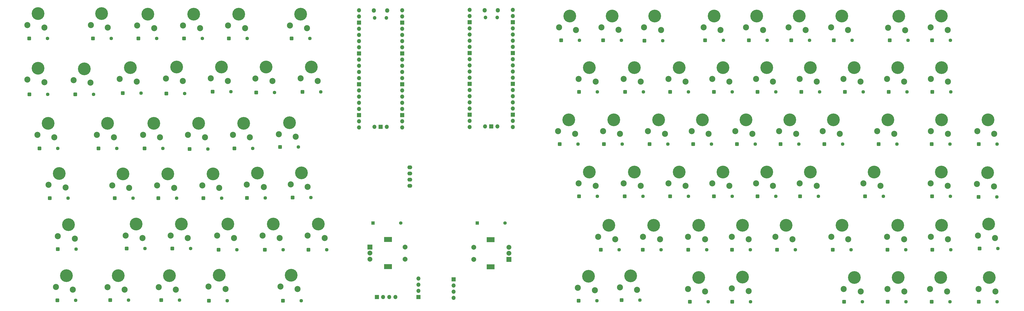
<source format=gbr>
%TF.GenerationSoftware,KiCad,Pcbnew,7.0.10*%
%TF.CreationDate,2025-03-16T20:16:46-04:00*%
%TF.ProjectId,Steno,5374656e-6f2e-46b6-9963-61645f706362,rev?*%
%TF.SameCoordinates,Original*%
%TF.FileFunction,Soldermask,Bot*%
%TF.FilePolarity,Negative*%
%FSLAX46Y46*%
G04 Gerber Fmt 4.6, Leading zero omitted, Abs format (unit mm)*
G04 Created by KiCad (PCBNEW 7.0.10) date 2025-03-16 20:16:46*
%MOMM*%
%LPD*%
G01*
G04 APERTURE LIST*
G04 Aperture macros list*
%AMRoundRect*
0 Rectangle with rounded corners*
0 $1 Rounding radius*
0 $2 $3 $4 $5 $6 $7 $8 $9 X,Y pos of 4 corners*
0 Add a 4 corners polygon primitive as box body*
4,1,4,$2,$3,$4,$5,$6,$7,$8,$9,$2,$3,0*
0 Add four circle primitives for the rounded corners*
1,1,$1+$1,$2,$3*
1,1,$1+$1,$4,$5*
1,1,$1+$1,$6,$7*
1,1,$1+$1,$8,$9*
0 Add four rect primitives between the rounded corners*
20,1,$1+$1,$2,$3,$4,$5,0*
20,1,$1+$1,$4,$5,$6,$7,0*
20,1,$1+$1,$6,$7,$8,$9,0*
20,1,$1+$1,$8,$9,$2,$3,0*%
G04 Aperture macros list end*
%ADD10C,5.250000*%
%ADD11C,2.500000*%
%ADD12O,1.800000X1.800000*%
%ADD13O,1.500000X1.500000*%
%ADD14O,1.700000X1.700000*%
%ADD15R,1.700000X1.700000*%
%ADD16RoundRect,0.102000X-0.619000X-0.619000X0.619000X-0.619000X0.619000X0.619000X-0.619000X0.619000X0*%
%ADD17C,1.442000*%
%ADD18R,1.397000X1.397000*%
%ADD19C,1.397000*%
%ADD20O,2.000000X1.600000*%
%ADD21R,2.000000X2.000000*%
%ADD22C,2.000000*%
%ADD23R,3.200000X2.000000*%
G04 APERTURE END LIST*
D10*
%TO.C,SW22*%
X150400000Y-254250000D03*
D11*
X146000000Y-258950000D03*
X153000000Y-260000000D03*
%TD*%
D10*
%TO.C,SW59*%
X320400000Y-253000000D03*
D11*
X316000000Y-257700000D03*
X323000000Y-258750000D03*
%TD*%
D12*
%TO.C,U1*%
X185165000Y-208030000D03*
D13*
X185465000Y-211060000D03*
X190315000Y-211060000D03*
D12*
X190615000Y-208030000D03*
D14*
X179000000Y-207900000D03*
X179000000Y-210440000D03*
D15*
X179000000Y-212980000D03*
D14*
X179000000Y-215520000D03*
X179000000Y-218060000D03*
X179000000Y-220600000D03*
X179000000Y-223140000D03*
D15*
X179000000Y-225680000D03*
D14*
X179000000Y-228220000D03*
X179000000Y-230760000D03*
X179000000Y-233300000D03*
X179000000Y-235840000D03*
D15*
X179000000Y-238380000D03*
D14*
X179000000Y-240920000D03*
X179000000Y-243460000D03*
X179000000Y-246000000D03*
X179000000Y-248540000D03*
D15*
X179000000Y-251080000D03*
D14*
X179000000Y-253620000D03*
X179000000Y-256160000D03*
X196780000Y-256160000D03*
X196780000Y-253620000D03*
D15*
X196780000Y-251080000D03*
D14*
X196780000Y-248540000D03*
X196780000Y-246000000D03*
X196780000Y-243460000D03*
X196780000Y-240920000D03*
D15*
X196780000Y-238380000D03*
D14*
X196780000Y-235840000D03*
X196780000Y-233300000D03*
X196780000Y-230760000D03*
X196780000Y-228220000D03*
D15*
X196780000Y-225680000D03*
D14*
X196780000Y-223140000D03*
X196780000Y-220600000D03*
X196780000Y-218060000D03*
X196780000Y-215520000D03*
D15*
X196780000Y-212980000D03*
D14*
X196780000Y-210440000D03*
X196780000Y-207900000D03*
X185350000Y-255930000D03*
D15*
X187890000Y-255930000D03*
D14*
X190430000Y-255930000D03*
%TD*%
D16*
%TO.C,D72*%
X396731500Y-328000000D03*
D17*
X404268500Y-328000000D03*
%TD*%
D16*
%TO.C,D62*%
X343131500Y-241500000D03*
D17*
X350668500Y-241500000D03*
%TD*%
D16*
%TO.C,D37*%
X262263000Y-220250000D03*
D17*
X269800000Y-220250000D03*
%TD*%
D10*
%TO.C,SW27*%
X118900000Y-275300000D03*
D11*
X114500000Y-280000000D03*
X121500000Y-281050000D03*
%TD*%
D16*
%TO.C,D81*%
X393031500Y-263000000D03*
D17*
X400568500Y-263000000D03*
%TD*%
D16*
%TO.C,D26*%
X132931500Y-285200000D03*
D17*
X140468500Y-285200000D03*
%TD*%
D16*
%TO.C,D58*%
X325131500Y-284500000D03*
D17*
X332668500Y-284500000D03*
%TD*%
D16*
%TO.C,D45*%
X279900000Y-263000000D03*
D17*
X287437000Y-263000000D03*
%TD*%
D16*
%TO.C,D34*%
X158231500Y-306500000D03*
D17*
X165768500Y-306500000D03*
%TD*%
D10*
%TO.C,SW3*%
X46900000Y-209300000D03*
D11*
X42500000Y-214000000D03*
X49500000Y-215050000D03*
%TD*%
D16*
%TO.C,D85*%
X415031500Y-220250000D03*
D17*
X422568500Y-220250000D03*
%TD*%
D16*
%TO.C,D84*%
X434231500Y-328000000D03*
D17*
X441768500Y-328000000D03*
%TD*%
D10*
%TO.C,SW90*%
X437900000Y-274750000D03*
D11*
X433500000Y-279450000D03*
X440500000Y-280500000D03*
%TD*%
D16*
%TO.C,D89*%
X434531500Y-306000000D03*
D17*
X442068500Y-306000000D03*
%TD*%
D16*
%TO.C,D22*%
X51731500Y-285300000D03*
D17*
X59268500Y-285300000D03*
%TD*%
D16*
%TO.C,D17*%
X90731500Y-264800000D03*
D17*
X98268500Y-264800000D03*
%TD*%
D16*
%TO.C,D21*%
X76631500Y-327250000D03*
D17*
X84168500Y-327250000D03*
%TD*%
D10*
%TO.C,SW8*%
X155000000Y-209500000D03*
D11*
X150600000Y-214200000D03*
X157600000Y-215250000D03*
%TD*%
D10*
%TO.C,SW91*%
X438300000Y-296000000D03*
D11*
X433900000Y-300700000D03*
X440900000Y-301750000D03*
%TD*%
D10*
%TO.C,SW57*%
X325300000Y-210250000D03*
D11*
X320900000Y-214950000D03*
X327900000Y-216000000D03*
%TD*%
D16*
%TO.C,D52*%
X307131500Y-284500000D03*
D17*
X314668500Y-284500000D03*
%TD*%
D18*
%TO.C,R1*%
X184785000Y-295500000D03*
D19*
X196215000Y-295500000D03*
%TD*%
D10*
%TO.C,SW72*%
X364900000Y-274500000D03*
D11*
X360500000Y-279200000D03*
X367500000Y-280250000D03*
%TD*%
D18*
%TO.C,R2*%
X227750000Y-295500000D03*
D19*
X239180000Y-295500000D03*
%TD*%
D10*
%TO.C,SW31*%
X59400000Y-296250000D03*
D11*
X55000000Y-300950000D03*
X62000000Y-302000000D03*
%TD*%
D10*
%TO.C,SW55*%
X318900000Y-296500000D03*
D11*
X314500000Y-301200000D03*
X321500000Y-302250000D03*
%TD*%
D10*
%TO.C,SW74*%
X401000000Y-318000000D03*
D11*
X396600000Y-322700000D03*
X403600000Y-323750000D03*
%TD*%
D10*
%TO.C,SW86*%
X438500000Y-318000000D03*
D11*
X434100000Y-322700000D03*
X441100000Y-323750000D03*
%TD*%
D16*
%TO.C,D3*%
X88231500Y-219500000D03*
D17*
X95768500Y-219500000D03*
%TD*%
D16*
%TO.C,D4*%
X107000000Y-219500000D03*
D17*
X114537000Y-219500000D03*
%TD*%
D10*
%TO.C,SW80*%
X418600000Y-318000000D03*
D11*
X414200000Y-322700000D03*
X421200000Y-323750000D03*
%TD*%
D16*
%TO.C,D44*%
X288631500Y-241500000D03*
D17*
X296168500Y-241500000D03*
%TD*%
D16*
%TO.C,D28*%
X97563000Y-327250000D03*
D17*
X105100000Y-327250000D03*
%TD*%
D10*
%TO.C,SW89*%
X418900000Y-253000000D03*
D11*
X414500000Y-257700000D03*
X421500000Y-258750000D03*
%TD*%
D10*
%TO.C,SW70*%
X364900000Y-231500000D03*
D11*
X360500000Y-236200000D03*
X367500000Y-237250000D03*
%TD*%
D10*
%TO.C,SW30*%
X101000000Y-317250000D03*
D11*
X96600000Y-321950000D03*
X103600000Y-323000000D03*
%TD*%
D10*
%TO.C,SW84*%
X418800000Y-274500000D03*
D11*
X414400000Y-279200000D03*
X421400000Y-280250000D03*
%TD*%
D16*
%TO.C,D12*%
X136731500Y-241730000D03*
D17*
X144268500Y-241730000D03*
%TD*%
D10*
%TO.C,SW37*%
X121500000Y-317000000D03*
D11*
X117100000Y-321700000D03*
X124100000Y-322750000D03*
%TD*%
D10*
%TO.C,SW64*%
X346900000Y-231500000D03*
D11*
X342500000Y-236200000D03*
X349500000Y-237250000D03*
%TD*%
D10*
%TO.C,SW75*%
X377800000Y-210250000D03*
D11*
X373400000Y-214950000D03*
X380400000Y-216000000D03*
%TD*%
D10*
%TO.C,SW15*%
X159400000Y-231250000D03*
D11*
X155000000Y-235950000D03*
X162000000Y-237000000D03*
%TD*%
D10*
%TO.C,SW53*%
X302400000Y-253000000D03*
D11*
X298000000Y-257700000D03*
X305000000Y-258750000D03*
%TD*%
D16*
%TO.C,D73*%
X374531500Y-220250000D03*
D17*
X382068500Y-220250000D03*
%TD*%
D16*
%TO.C,D50*%
X307131500Y-241500000D03*
D17*
X314668500Y-241500000D03*
%TD*%
D16*
%TO.C,D14*%
X54831500Y-327350000D03*
D17*
X62368500Y-327350000D03*
%TD*%
D16*
%TO.C,D47*%
X295900000Y-306500000D03*
D17*
X303437000Y-306500000D03*
%TD*%
D16*
%TO.C,D6*%
X151231500Y-219500000D03*
D17*
X158768500Y-219500000D03*
%TD*%
D16*
%TO.C,D65*%
X351131500Y-306500000D03*
D17*
X358668500Y-306500000D03*
%TD*%
D10*
%TO.C,SW65*%
X338400000Y-253000000D03*
D11*
X334000000Y-257700000D03*
X341000000Y-258750000D03*
%TD*%
D16*
%TO.C,D77*%
X396631500Y-306500000D03*
D17*
X404168500Y-306500000D03*
%TD*%
D16*
%TO.C,D51*%
X298631500Y-263000000D03*
D17*
X306168500Y-263000000D03*
%TD*%
D16*
%TO.C,D20*%
X146500000Y-264170000D03*
D17*
X154037000Y-264170000D03*
%TD*%
D16*
%TO.C,D10*%
X99731500Y-242190000D03*
D17*
X107268500Y-242190000D03*
%TD*%
D10*
%TO.C,SW40*%
X273900000Y-231500000D03*
D11*
X269500000Y-236200000D03*
X276500000Y-237250000D03*
%TD*%
D16*
%TO.C,D90*%
X434231500Y-263000000D03*
D17*
X441768500Y-263000000D03*
%TD*%
D10*
%TO.C,SW56*%
X318900000Y-318000000D03*
D11*
X314500000Y-322700000D03*
X321500000Y-323750000D03*
%TD*%
D16*
%TO.C,D16*%
X71731500Y-264800000D03*
D17*
X79268500Y-264800000D03*
%TD*%
D16*
%TO.C,D18*%
X109231500Y-265030000D03*
D17*
X116768500Y-265030000D03*
%TD*%
D10*
%TO.C,SW36*%
X162268500Y-296000000D03*
D11*
X157868500Y-300700000D03*
X164868500Y-301750000D03*
%TD*%
D10*
%TO.C,SW60*%
X328900000Y-274500000D03*
D11*
X324500000Y-279200000D03*
X331500000Y-280250000D03*
%TD*%
D16*
%TO.C,D8*%
X62231500Y-242500000D03*
D17*
X69768500Y-242500000D03*
%TD*%
D10*
%TO.C,SW82*%
X400900000Y-231500000D03*
D11*
X396500000Y-236200000D03*
X403500000Y-237250000D03*
%TD*%
D16*
%TO.C,D61*%
X339531500Y-220250000D03*
D17*
X347068500Y-220250000D03*
%TD*%
D16*
%TO.C,D41*%
X278631500Y-306500000D03*
D17*
X286168500Y-306500000D03*
%TD*%
D16*
%TO.C,D76*%
X387363000Y-284500000D03*
D17*
X394900000Y-284500000D03*
%TD*%
D16*
%TO.C,D35*%
X117231500Y-327500000D03*
D17*
X124768500Y-327500000D03*
%TD*%
D10*
%TO.C,SW79*%
X400900000Y-296500000D03*
D11*
X396500000Y-301200000D03*
X403500000Y-302250000D03*
%TD*%
D10*
%TO.C,SW87*%
X418800000Y-210250000D03*
D11*
X414400000Y-214950000D03*
X421400000Y-216000000D03*
%TD*%
D10*
%TO.C,SW19*%
X94500000Y-254500000D03*
D11*
X90100000Y-259200000D03*
X97100000Y-260250000D03*
%TD*%
D10*
%TO.C,SW9*%
X46900000Y-231750000D03*
D11*
X42500000Y-236450000D03*
X49500000Y-237500000D03*
%TD*%
D16*
%TO.C,D79*%
X397531500Y-220250000D03*
D17*
X405068500Y-220250000D03*
%TD*%
D10*
%TO.C,SW58*%
X328900000Y-231500000D03*
D11*
X324500000Y-236200000D03*
X331500000Y-237250000D03*
%TD*%
D10*
%TO.C,SW34*%
X125000000Y-296000000D03*
D11*
X120600000Y-300700000D03*
X127600000Y-301750000D03*
%TD*%
D16*
%TO.C,D59*%
X332631500Y-306500000D03*
D17*
X340168500Y-306500000D03*
%TD*%
D16*
%TO.C,D5*%
X125463000Y-219500000D03*
D17*
X133000000Y-219500000D03*
%TD*%
D16*
%TO.C,D71*%
X374131500Y-306500000D03*
D17*
X381668500Y-306500000D03*
%TD*%
D10*
%TO.C,SW52*%
X310900000Y-231500000D03*
D11*
X306500000Y-236200000D03*
X313500000Y-237250000D03*
%TD*%
D10*
%TO.C,SW66*%
X346900000Y-274500000D03*
D11*
X342500000Y-279200000D03*
X349500000Y-280250000D03*
%TD*%
D16*
%TO.C,D67*%
X357031500Y-220250000D03*
D17*
X364568500Y-220250000D03*
%TD*%
D10*
%TO.C,SW17*%
X51000000Y-254500000D03*
D11*
X46600000Y-259200000D03*
X53600000Y-260250000D03*
%TD*%
D16*
%TO.C,D70*%
X360631500Y-284500000D03*
D17*
X368168500Y-284500000D03*
%TD*%
D16*
%TO.C,D63*%
X334631500Y-263000000D03*
D17*
X342168500Y-263000000D03*
%TD*%
D16*
%TO.C,D46*%
X288400000Y-284500000D03*
D17*
X295937000Y-284500000D03*
%TD*%
D10*
%TO.C,SW21*%
X131500000Y-254500000D03*
D11*
X127100000Y-259200000D03*
X134100000Y-260250000D03*
%TD*%
D10*
%TO.C,SW73*%
X377900000Y-296500000D03*
D11*
X373500000Y-301200000D03*
X380500000Y-302250000D03*
%TD*%
D10*
%TO.C,SW11*%
X84900000Y-231500000D03*
D11*
X80500000Y-236200000D03*
X87500000Y-237250000D03*
%TD*%
D10*
%TO.C,SW45*%
X283300000Y-210240000D03*
D11*
X278900000Y-214940000D03*
X285900000Y-215990000D03*
%TD*%
D10*
%TO.C,SW42*%
X273900000Y-274500000D03*
D11*
X269500000Y-279200000D03*
X276500000Y-280250000D03*
%TD*%
D10*
%TO.C,SW51*%
X300800000Y-210250000D03*
D11*
X296400000Y-214950000D03*
X303400000Y-216000000D03*
%TD*%
D10*
%TO.C,SW41*%
X265400000Y-253000000D03*
D11*
X261000000Y-257700000D03*
X268000000Y-258750000D03*
%TD*%
D16*
%TO.C,D9*%
X81731500Y-242000000D03*
D17*
X89268500Y-242000000D03*
%TD*%
D10*
%TO.C,SW13*%
X122400000Y-231250000D03*
D11*
X118000000Y-235950000D03*
X125000000Y-237000000D03*
%TD*%
D16*
%TO.C,D48*%
X287131500Y-327300000D03*
D17*
X294668500Y-327300000D03*
%TD*%
D16*
%TO.C,D54*%
X315231500Y-328000000D03*
D17*
X322768500Y-328000000D03*
%TD*%
D10*
%TO.C,SW44*%
X273537000Y-317500000D03*
D11*
X269137000Y-322200000D03*
X276137000Y-323250000D03*
%TD*%
D10*
%TO.C,SW43*%
X281900000Y-296500000D03*
D11*
X277500000Y-301200000D03*
X284500000Y-302250000D03*
%TD*%
D10*
%TO.C,SW6*%
X111000000Y-209500000D03*
D11*
X106600000Y-214200000D03*
X113600000Y-215250000D03*
%TD*%
D10*
%TO.C,SW49*%
X300400000Y-296500000D03*
D11*
X296000000Y-301200000D03*
X303000000Y-302250000D03*
%TD*%
D15*
%TO.C,J1*%
X186420000Y-326000000D03*
D14*
X188960000Y-326000000D03*
X191500000Y-326000000D03*
X194040000Y-326000000D03*
%TD*%
D10*
%TO.C,SW12*%
X103900000Y-231300000D03*
D11*
X99500000Y-236000000D03*
X106500000Y-237050000D03*
%TD*%
D10*
%TO.C,SW62*%
X336900000Y-317800000D03*
D11*
X332500000Y-322500000D03*
X339500000Y-323550000D03*
%TD*%
D10*
%TO.C,SW29*%
X155300000Y-274880000D03*
D11*
X150900000Y-279580000D03*
X157900000Y-280630000D03*
%TD*%
D20*
%TO.C,Brd1*%
X199950000Y-272580000D03*
X199950000Y-275120000D03*
X199950000Y-277660000D03*
X199950000Y-280200000D03*
%TD*%
D16*
%TO.C,D42*%
X269500000Y-327500000D03*
D17*
X277037000Y-327500000D03*
%TD*%
D10*
%TO.C,SW83*%
X396800000Y-253000000D03*
D11*
X392400000Y-257700000D03*
X399400000Y-258750000D03*
%TD*%
D16*
%TO.C,D83*%
X415131500Y-306500000D03*
D17*
X422668500Y-306500000D03*
%TD*%
D10*
%TO.C,SW33*%
X105900000Y-296000000D03*
D11*
X101500000Y-300700000D03*
X108500000Y-301750000D03*
%TD*%
D10*
%TO.C,SW67*%
X354900000Y-296500000D03*
D11*
X350500000Y-301200000D03*
X357500000Y-302250000D03*
%TD*%
D10*
%TO.C,SW92*%
X438000000Y-253000000D03*
D11*
X433600000Y-257700000D03*
X440600000Y-258750000D03*
%TD*%
D10*
%TO.C,SW46*%
X292400000Y-231500000D03*
D11*
X288000000Y-236200000D03*
X295000000Y-237250000D03*
%TD*%
D16*
%TO.C,D53*%
X314631500Y-306500000D03*
D17*
X322168500Y-306500000D03*
%TD*%
D16*
%TO.C,D86*%
X415131500Y-241500000D03*
D17*
X422668500Y-241500000D03*
%TD*%
D16*
%TO.C,D69*%
X352631500Y-263000000D03*
D17*
X360168500Y-263000000D03*
%TD*%
D16*
%TO.C,D39*%
X261631500Y-263000000D03*
D17*
X269168500Y-263000000D03*
%TD*%
D10*
%TO.C,SW63*%
X342800000Y-210250000D03*
D11*
X338400000Y-214950000D03*
X345400000Y-216000000D03*
%TD*%
D10*
%TO.C,SW26*%
X100300000Y-275300000D03*
D11*
X95900000Y-280000000D03*
X102900000Y-281050000D03*
%TD*%
D10*
%TO.C,SW47*%
X283900000Y-253000000D03*
D11*
X279500000Y-257700000D03*
X286500000Y-258750000D03*
%TD*%
D10*
%TO.C,SW48*%
X292400000Y-274500000D03*
D11*
X288000000Y-279200000D03*
X295000000Y-280250000D03*
%TD*%
D10*
%TO.C,SW25*%
X81800000Y-275300000D03*
D11*
X77400000Y-280000000D03*
X84400000Y-281050000D03*
%TD*%
D10*
%TO.C,SW69*%
X360300000Y-210250000D03*
D11*
X355900000Y-214950000D03*
X362900000Y-216000000D03*
%TD*%
D10*
%TO.C,SW50*%
X290900000Y-317300000D03*
D11*
X286500000Y-322000000D03*
X293500000Y-323050000D03*
%TD*%
D16*
%TO.C,D43*%
X279531500Y-220250000D03*
D17*
X287068500Y-220250000D03*
%TD*%
D10*
%TO.C,SW24*%
X55600000Y-275100000D03*
D11*
X51200000Y-279800000D03*
X58200000Y-280850000D03*
%TD*%
D16*
%TO.C,D7*%
X43331500Y-242500000D03*
D17*
X50868500Y-242500000D03*
%TD*%
D16*
%TO.C,D80*%
X397131500Y-241500000D03*
D17*
X404668500Y-241500000D03*
%TD*%
D10*
%TO.C,SW54*%
X310900000Y-274500000D03*
D11*
X306500000Y-279200000D03*
X313500000Y-280250000D03*
%TD*%
D16*
%TO.C,D55*%
X321531500Y-220250000D03*
D17*
X329068500Y-220250000D03*
%TD*%
D21*
%TO.C,SW2*%
X183500000Y-305400000D03*
D22*
X183500000Y-310400000D03*
X183500000Y-307900000D03*
D23*
X191000000Y-302300000D03*
X191000000Y-313500000D03*
D22*
X198000000Y-310400000D03*
X198000000Y-305400000D03*
%TD*%
D15*
%TO.C,J3*%
X218000000Y-318700000D03*
D14*
X218000000Y-321240000D03*
X218000000Y-323780000D03*
X218000000Y-326320000D03*
%TD*%
D16*
%TO.C,D49*%
X296556500Y-220460000D03*
D17*
X304093500Y-220460000D03*
%TD*%
D16*
%TO.C,D74*%
X379131500Y-241500000D03*
D17*
X386668500Y-241500000D03*
%TD*%
D16*
%TO.C,D19*%
X127731500Y-264800000D03*
D17*
X135268500Y-264800000D03*
%TD*%
D16*
%TO.C,D30*%
X83363000Y-306000000D03*
D17*
X90900000Y-306000000D03*
%TD*%
D10*
%TO.C,SW5*%
X92100000Y-209500000D03*
D11*
X87700000Y-214200000D03*
X94700000Y-215250000D03*
%TD*%
D10*
%TO.C,SW77*%
X374400000Y-253000000D03*
D11*
X370000000Y-257700000D03*
X377000000Y-258750000D03*
%TD*%
D16*
%TO.C,D27*%
X151731500Y-285000000D03*
D17*
X159268500Y-285000000D03*
%TD*%
D10*
%TO.C,SW81*%
X401300000Y-210400000D03*
D11*
X396900000Y-215100000D03*
X403900000Y-216150000D03*
%TD*%
D16*
%TO.C,D87*%
X414863000Y-263000000D03*
D17*
X422400000Y-263000000D03*
%TD*%
D10*
%TO.C,SW20*%
X113000000Y-254500000D03*
D11*
X108600000Y-259200000D03*
X115600000Y-260250000D03*
%TD*%
D10*
%TO.C,SW61*%
X336900000Y-296500000D03*
D11*
X332500000Y-301200000D03*
X339500000Y-302250000D03*
%TD*%
D21*
%TO.C,SW1*%
X240750000Y-310500000D03*
D22*
X240750000Y-305500000D03*
X240750000Y-308000000D03*
D23*
X233250000Y-313600000D03*
X233250000Y-302400000D03*
D22*
X226250000Y-305500000D03*
X226250000Y-310500000D03*
%TD*%
D10*
%TO.C,SW14*%
X140800000Y-231300000D03*
D11*
X136400000Y-236000000D03*
X143400000Y-237050000D03*
%TD*%
D16*
%TO.C,D68*%
X361131500Y-241500000D03*
D17*
X368668500Y-241500000D03*
%TD*%
D16*
%TO.C,D15*%
X47463000Y-264800000D03*
D17*
X55000000Y-264800000D03*
%TD*%
D16*
%TO.C,D2*%
X69463000Y-219500000D03*
D17*
X77000000Y-219500000D03*
%TD*%
D16*
%TO.C,D66*%
X378731500Y-328000000D03*
D17*
X386268500Y-328000000D03*
%TD*%
D10*
%TO.C,SW88*%
X418900000Y-231500000D03*
D11*
X414500000Y-236200000D03*
X421500000Y-237250000D03*
%TD*%
D16*
%TO.C,D32*%
X121231500Y-306500000D03*
D17*
X128768500Y-306500000D03*
%TD*%
D10*
%TO.C,SW68*%
X383000000Y-318000000D03*
D11*
X378600000Y-322700000D03*
X385600000Y-323750000D03*
%TD*%
D10*
%TO.C,SW18*%
X75500000Y-254500000D03*
D11*
X71100000Y-259200000D03*
X78100000Y-260250000D03*
%TD*%
D16*
%TO.C,D23*%
X78431500Y-285300000D03*
D17*
X85968500Y-285300000D03*
%TD*%
D10*
%TO.C,SW35*%
X143768500Y-296000000D03*
D11*
X139368500Y-300700000D03*
X146368500Y-301750000D03*
%TD*%
D16*
%TO.C,D1*%
X43231500Y-219500000D03*
D17*
X50768500Y-219500000D03*
%TD*%
D10*
%TO.C,SW7*%
X129500000Y-209500000D03*
D11*
X125100000Y-214200000D03*
X132100000Y-215250000D03*
%TD*%
D10*
%TO.C,SW32*%
X87300000Y-296000000D03*
D11*
X82900000Y-300700000D03*
X89900000Y-301750000D03*
%TD*%
D10*
%TO.C,SW71*%
X356400000Y-253000000D03*
D11*
X352000000Y-257700000D03*
X359000000Y-258750000D03*
%TD*%
D10*
%TO.C,SW23*%
X79900000Y-317250000D03*
D11*
X75500000Y-321950000D03*
X82500000Y-323000000D03*
%TD*%
D12*
%TO.C,U2*%
X230775000Y-207870000D03*
D13*
X231075000Y-210900000D03*
X235925000Y-210900000D03*
D12*
X236225000Y-207870000D03*
D14*
X224610000Y-207740000D03*
X224610000Y-210280000D03*
D15*
X224610000Y-212820000D03*
D14*
X224610000Y-215360000D03*
X224610000Y-217900000D03*
X224610000Y-220440000D03*
X224610000Y-222980000D03*
D15*
X224610000Y-225520000D03*
D14*
X224610000Y-228060000D03*
X224610000Y-230600000D03*
X224610000Y-233140000D03*
X224610000Y-235680000D03*
D15*
X224610000Y-238220000D03*
D14*
X224610000Y-240760000D03*
X224610000Y-243300000D03*
X224610000Y-245840000D03*
X224610000Y-248380000D03*
D15*
X224610000Y-250920000D03*
D14*
X224610000Y-253460000D03*
X224610000Y-256000000D03*
X242390000Y-256000000D03*
X242390000Y-253460000D03*
D15*
X242390000Y-250920000D03*
D14*
X242390000Y-248380000D03*
X242390000Y-245840000D03*
X242390000Y-243300000D03*
X242390000Y-240760000D03*
D15*
X242390000Y-238220000D03*
D14*
X242390000Y-235680000D03*
X242390000Y-233140000D03*
X242390000Y-230600000D03*
X242390000Y-228060000D03*
D15*
X242390000Y-225520000D03*
D14*
X242390000Y-222980000D03*
X242390000Y-220440000D03*
X242390000Y-217900000D03*
X242390000Y-215360000D03*
D15*
X242390000Y-212820000D03*
D14*
X242390000Y-210280000D03*
X242390000Y-207740000D03*
X230960000Y-255770000D03*
D15*
X233500000Y-255770000D03*
D14*
X236040000Y-255770000D03*
%TD*%
D16*
%TO.C,D57*%
X316631500Y-263000000D03*
D17*
X324168500Y-263000000D03*
%TD*%
D16*
%TO.C,D31*%
X102131500Y-306000000D03*
D17*
X109668500Y-306000000D03*
%TD*%
D16*
%TO.C,D40*%
X269631500Y-284500000D03*
D17*
X277168500Y-284500000D03*
%TD*%
D16*
%TO.C,D11*%
X118731500Y-241460000D03*
D17*
X126268500Y-241460000D03*
%TD*%
D16*
%TO.C,D24*%
X96431500Y-285300000D03*
D17*
X103968500Y-285300000D03*
%TD*%
D16*
%TO.C,D36*%
X147731500Y-327500000D03*
D17*
X155268500Y-327500000D03*
%TD*%
D16*
%TO.C,D82*%
X415031500Y-284500000D03*
D17*
X422568500Y-284500000D03*
%TD*%
D10*
%TO.C,SW28*%
X137200000Y-275000000D03*
D11*
X132800000Y-279700000D03*
X139800000Y-280750000D03*
%TD*%
D10*
%TO.C,SW38*%
X151100000Y-317000000D03*
D11*
X146700000Y-321700000D03*
X153700000Y-322750000D03*
%TD*%
D16*
%TO.C,D64*%
X343131500Y-284500000D03*
D17*
X350668500Y-284500000D03*
%TD*%
D16*
%TO.C,D38*%
X269631500Y-241500000D03*
D17*
X277168500Y-241500000D03*
%TD*%
D15*
%TO.C,J2*%
X203500000Y-326000000D03*
D14*
X203500000Y-323460000D03*
X203500000Y-320920000D03*
X203500000Y-318380000D03*
%TD*%
D16*
%TO.C,D13*%
X155731500Y-241500000D03*
D17*
X163268500Y-241500000D03*
%TD*%
D10*
%TO.C,SW16*%
X58600000Y-317200000D03*
D11*
X54200000Y-321900000D03*
X61200000Y-322950000D03*
%TD*%
D10*
%TO.C,SW4*%
X73000000Y-209300000D03*
D11*
X68600000Y-214000000D03*
X75600000Y-215050000D03*
%TD*%
D10*
%TO.C,SW85*%
X418900000Y-296500000D03*
D11*
X414500000Y-301200000D03*
X421500000Y-302250000D03*
%TD*%
D16*
%TO.C,D78*%
X414831500Y-328000000D03*
D17*
X422368500Y-328000000D03*
%TD*%
D16*
%TO.C,D56*%
X325131500Y-241500000D03*
D17*
X332668500Y-241500000D03*
%TD*%
D16*
%TO.C,D29*%
X54963000Y-306250000D03*
D17*
X62500000Y-306250000D03*
%TD*%
D16*
%TO.C,D60*%
X332731500Y-328000000D03*
D17*
X340268500Y-328000000D03*
%TD*%
D16*
%TO.C,D25*%
X114931500Y-285300000D03*
D17*
X122468500Y-285300000D03*
%TD*%
D16*
%TO.C,D75*%
X370631500Y-263000000D03*
D17*
X378168500Y-263000000D03*
%TD*%
D16*
%TO.C,D33*%
X140231500Y-306500000D03*
D17*
X147768500Y-306500000D03*
%TD*%
D10*
%TO.C,SW78*%
X391131500Y-274500000D03*
D11*
X386731500Y-279200000D03*
X393731500Y-280250000D03*
%TD*%
D10*
%TO.C,SW39*%
X265800000Y-210250000D03*
D11*
X261400000Y-214950000D03*
X268400000Y-216000000D03*
%TD*%
D16*
%TO.C,D88*%
X434131500Y-284750000D03*
D17*
X441668500Y-284750000D03*
%TD*%
D10*
%TO.C,SW10*%
X65900000Y-232000000D03*
D11*
X61500000Y-236700000D03*
X68500000Y-237750000D03*
%TD*%
D10*
%TO.C,SW76*%
X382900000Y-231500000D03*
D11*
X378500000Y-236200000D03*
X385500000Y-237250000D03*
%TD*%
M02*

</source>
